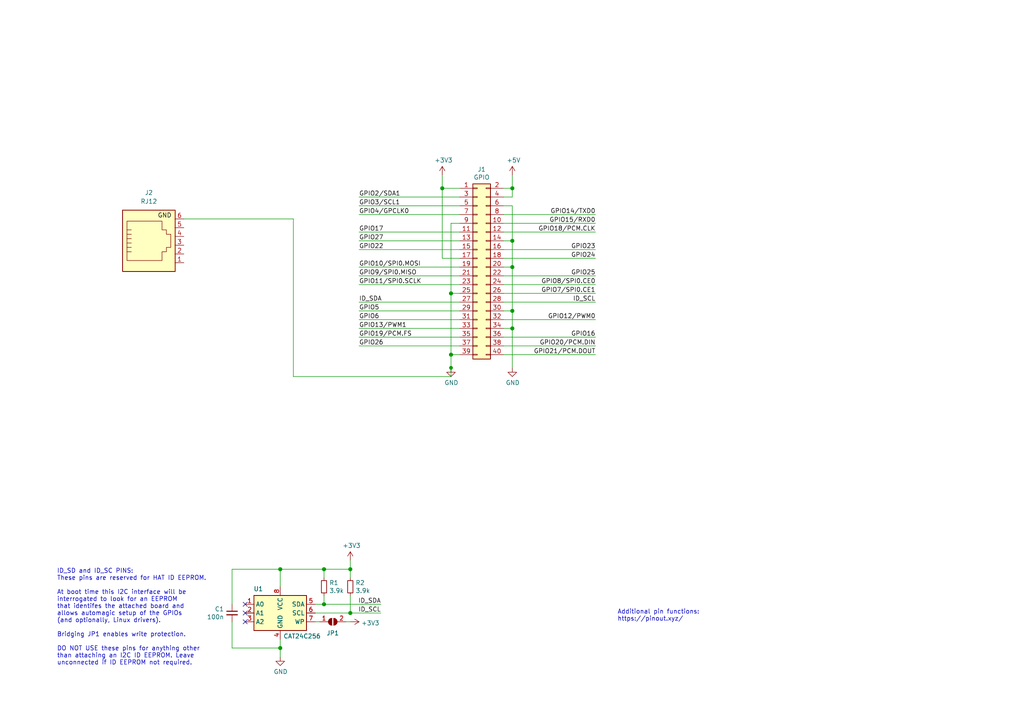
<source format=kicad_sch>
(kicad_sch (version 20231120) (generator "eeschema") (generator_version "8.0")
  (paper "A4")
  (title_block (date "15 nov 2012"))
  (lib_symbols
    (symbol "Connector:RJ12" (pin_names (offset 1.016))
      (property "Reference" "J" (at -5.08 11.43 0))
      (property "Value" "RJ12" (at 2.54 11.43 0))
      (symbol "RJ12_0_1"
        (polyline (pts (xy -6.35 -1.905) (xy -5.08 -1.905) (xy -5.08 -1.905)))
        (polyline (pts (xy -6.35 -0.635) (xy -5.08 -0.635) (xy -5.08 -0.635)))
        (polyline (pts (xy -6.35 0.635) (xy -5.08 0.635) (xy -5.08 0.635)))
        (polyline (pts (xy -6.35 1.905) (xy -5.08 1.905) (xy -5.08 1.905)))
        (polyline (pts (xy -6.35 3.175) (xy -5.08 3.175) (xy -5.08 3.175)))
        (polyline (pts (xy -5.08 4.445) (xy -6.35 4.445) (xy -6.35 4.445)))
        (polyline (pts (xy -6.35 -4.445) (xy -6.35 6.985) (xy 3.81 6.985) (xy 3.81 4.445) (xy 5.08 4.445) (xy 5.08 3.175) (xy 6.35 3.175) (xy 6.35 -0.635) (xy 5.08 -0.635) (xy 5.08 -1.905) (xy 3.81 -1.905) (xy 3.81 -4.445) (xy -6.35 -4.445) (xy -6.35 -4.445)))
        (rectangle (start 7.62 10.16) (end -7.62 -7.62) (stroke (width 0.254)) (fill (type background)))
      )
      (symbol "RJ12_1_1"
        (pin passive line (at 10.16 -5.08 180) (length 2.54) (name "~") (number "1"))
        (pin passive line (at 10.16 -2.54 180) (length 2.54) (name "~") (number "2"))
        (pin passive line (at 10.16 0 180) (length 2.54) (name "~") (number "3"))
        (pin passive line (at 10.16 2.54 180) (length 2.54) (name "~") (number "4"))
        (pin passive line (at 10.16 5.08 180) (length 2.54) (name "~") (number "5"))
        (pin passive line (at 10.16 7.62 180) (length 2.54) (name "~") (number "6"))
      )
    )
    (symbol "Connector_Generic:Conn_02x20_Odd_Even" (pin_names (offset 1.016) hide)
      (property "Reference" "J" (at 1.27 25.4 0))
      (property "Value" "Conn_02x20_Odd_Even" (at 1.27 -27.94 0))
      (symbol "Conn_02x20_Odd_Even_1_1"
        (rectangle (start -1.27 -25.273) (end 0 -25.527) (stroke (width 0.1524)))
        (rectangle (start -1.27 -22.733) (end 0 -22.987) (stroke (width 0.1524)))
        (rectangle (start -1.27 -20.193) (end 0 -20.447) (stroke (width 0.1524)))
        (rectangle (start -1.27 -17.653) (end 0 -17.907) (stroke (width 0.1524)))
        (rectangle (start -1.27 -15.113) (end 0 -15.367) (stroke (width 0.1524)))
        (rectangle (start -1.27 -12.573) (end 0 -12.827) (stroke (width 0.1524)))
        (rectangle (start -1.27 -10.033) (end 0 -10.287) (stroke (width 0.1524)))
        (rectangle (start -1.27 -7.493) (end 0 -7.747) (stroke (width 0.1524)))
        (rectangle (start -1.27 -4.953) (end 0 -5.207) (stroke (width 0.1524)))
        (rectangle (start -1.27 -2.413) (end 0 -2.667) (stroke (width 0.1524)))
        (rectangle (start -1.27 0.127) (end 0 -0.127) (stroke (width 0.1524)))
        (rectangle (start -1.27 2.667) (end 0 2.413) (stroke (width 0.1524)))
        (rectangle (start -1.27 5.207) (end 0 4.953) (stroke (width 0.1524)))
        (rectangle (start -1.27 7.747) (end 0 7.493) (stroke (width 0.1524)))
        (rectangle (start -1.27 10.287) (end 0 10.033) (stroke (width 0.1524)))
        (rectangle (start -1.27 12.827) (end 0 12.573) (stroke (width 0.1524)))
        (rectangle (start -1.27 15.367) (end 0 15.113) (stroke (width 0.1524)))
        (rectangle (start -1.27 17.907) (end 0 17.653) (stroke (width 0.1524)))
        (rectangle (start -1.27 20.447) (end 0 20.193) (stroke (width 0.1524)))
        (rectangle (start -1.27 22.987) (end 0 22.733) (stroke (width 0.1524)))
        (rectangle (start -1.27 24.13) (end 3.81 -26.67) (stroke (width 0.254)) (fill (type background)))
        (rectangle (start 3.81 -25.273) (end 2.54 -25.527) (stroke (width 0.1524)))
        (rectangle (start 3.81 -22.733) (end 2.54 -22.987) (stroke (width 0.1524)))
        (rectangle (start 3.81 -20.193) (end 2.54 -20.447) (stroke (width 0.1524)))
        (rectangle (start 3.81 -17.653) (end 2.54 -17.907) (stroke (width 0.1524)))
        (rectangle (start 3.81 -15.113) (end 2.54 -15.367) (stroke (width 0.1524)))
        (rectangle (start 3.81 -12.573) (end 2.54 -12.827) (stroke (width 0.1524)))
        (rectangle (start 3.81 -10.033) (end 2.54 -10.287) (stroke (width 0.1524)))
        (rectangle (start 3.81 -7.493) (end 2.54 -7.747) (stroke (width 0.1524)))
        (rectangle (start 3.81 -4.953) (end 2.54 -5.207) (stroke (width 0.1524)))
        (rectangle (start 3.81 -2.413) (end 2.54 -2.667) (stroke (width 0.1524)))
        (rectangle (start 3.81 0.127) (end 2.54 -0.127) (stroke (width 0.1524)))
        (rectangle (start 3.81 2.667) (end 2.54 2.413) (stroke (width 0.1524)))
        (rectangle (start 3.81 5.207) (end 2.54 4.953) (stroke (width 0.1524)))
        (rectangle (start 3.81 7.747) (end 2.54 7.493) (stroke (width 0.1524)))
        (rectangle (start 3.81 10.287) (end 2.54 10.033) (stroke (width 0.1524)))
        (rectangle (start 3.81 12.827) (end 2.54 12.573) (stroke (width 0.1524)))
        (rectangle (start 3.81 15.367) (end 2.54 15.113) (stroke (width 0.1524)))
        (rectangle (start 3.81 17.907) (end 2.54 17.653) (stroke (width 0.1524)))
        (rectangle (start 3.81 20.447) (end 2.54 20.193) (stroke (width 0.1524)))
        (rectangle (start 3.81 22.987) (end 2.54 22.733) (stroke (width 0.1524)))
        (pin passive line (at -5.08 22.86 0) (length 3.81) (name "Pin_1") (number "1"))
        (pin passive line (at 7.62 12.7 180) (length 3.81) (name "Pin_10") (number "10"))
        (pin passive line (at -5.08 10.16 0) (length 3.81) (name "Pin_11") (number "11"))
        (pin passive line (at 7.62 10.16 180) (length 3.81) (name "Pin_12") (number "12"))
        (pin passive line (at -5.08 7.62 0) (length 3.81) (name "Pin_13") (number "13"))
        (pin passive line (at 7.62 7.62 180) (length 3.81) (name "Pin_14") (number "14"))
        (pin passive line (at -5.08 5.08 0) (length 3.81) (name "Pin_15") (number "15"))
        (pin passive line (at 7.62 5.08 180) (length 3.81) (name "Pin_16") (number "16"))
        (pin passive line (at -5.08 2.54 0) (length 3.81) (name "Pin_17") (number "17"))
        (pin passive line (at 7.62 2.54 180) (length 3.81) (name "Pin_18") (number "18"))
        (pin passive line (at -5.08 0 0) (length 3.81) (name "Pin_19") (number "19"))
        (pin passive line (at 7.62 22.86 180) (length 3.81) (name "Pin_2") (number "2"))
        (pin passive line (at 7.62 0 180) (length 3.81) (name "Pin_20") (number "20"))
        (pin passive line (at -5.08 -2.54 0) (length 3.81) (name "Pin_21") (number "21"))
        (pin passive line (at 7.62 -2.54 180) (length 3.81) (name "Pin_22") (number "22"))
        (pin passive line (at -5.08 -5.08 0) (length 3.81) (name "Pin_23") (number "23"))
        (pin passive line (at 7.62 -5.08 180) (length 3.81) (name "Pin_24") (number "24"))
        (pin passive line (at -5.08 -7.62 0) (length 3.81) (name "Pin_25") (number "25"))
        (pin passive line (at 7.62 -7.62 180) (length 3.81) (name "Pin_26") (number "26"))
        (pin passive line (at -5.08 -10.16 0) (length 3.81) (name "Pin_27") (number "27"))
        (pin passive line (at 7.62 -10.16 180) (length 3.81) (name "Pin_28") (number "28"))
        (pin passive line (at -5.08 -12.7 0) (length 3.81) (name "Pin_29") (number "29"))
        (pin passive line (at -5.08 20.32 0) (length 3.81) (name "Pin_3") (number "3"))
        (pin passive line (at 7.62 -12.7 180) (length 3.81) (name "Pin_30") (number "30"))
        (pin passive line (at -5.08 -15.24 0) (length 3.81) (name "Pin_31") (number "31"))
        (pin passive line (at 7.62 -15.24 180) (length 3.81) (name "Pin_32") (number "32"))
        (pin passive line (at -5.08 -17.78 0) (length 3.81) (name "Pin_33") (number "33"))
        (pin passive line (at 7.62 -17.78 180) (length 3.81) (name "Pin_34") (number "34"))
        (pin passive line (at -5.08 -20.32 0) (length 3.81) (name "Pin_35") (number "35"))
        (pin passive line (at 7.62 -20.32 180) (length 3.81) (name "Pin_36") (number "36"))
        (pin passive line (at -5.08 -22.86 0) (length 3.81) (name "Pin_37") (number "37"))
        (pin passive line (at 7.62 -22.86 180) (length 3.81) (name "Pin_38") (number "38"))
        (pin passive line (at -5.08 -25.4 0) (length 3.81) (name "Pin_39") (number "39"))
        (pin passive line (at 7.62 20.32 180) (length 3.81) (name "Pin_4") (number "4"))
        (pin passive line (at 7.62 -25.4 180) (length 3.81) (name "Pin_40") (number "40"))
        (pin passive line (at -5.08 17.78 0) (length 3.81) (name "Pin_5") (number "5"))
        (pin passive line (at 7.62 17.78 180) (length 3.81) (name "Pin_6") (number "6"))
        (pin passive line (at -5.08 15.24 0) (length 3.81) (name "Pin_7") (number "7"))
        (pin passive line (at 7.62 15.24 180) (length 3.81) (name "Pin_8") (number "8"))
        (pin passive line (at -5.08 12.7 0) (length 3.81) (name "Pin_9") (number "9"))
      )
    )
    (symbol "Device:C_Small" (pin_numbers hide) (pin_names (offset 0.254) hide)
      (property "Reference" "C" (at 0.254 1.778 0))
      (property "Value" "C_Small" (at 0.254 -2.032 0))
      (symbol "C_Small_0_1"
        (polyline (pts (xy -1.524 -0.508) (xy 1.524 -0.508)) (stroke (width 0.3302)))
        (polyline (pts (xy -1.524 0.508) (xy 1.524 0.508)) (stroke (width 0.3048)))
      )
      (symbol "C_Small_1_1"
        (pin passive line (at 0 2.54 270) (length 2.032) (name "~") (number "1"))
        (pin passive line (at 0 -2.54 90) (length 2.032) (name "~") (number "2"))
      )
    )
    (symbol "Device:R_Small" (pin_numbers hide) (pin_names (offset 0.254) hide)
      (property "Reference" "R" (at 0.762 0.508 0))
      (property "Value" "R_Small" (at 0.762 -1.016 0))
      (symbol "R_Small_0_1"
        (rectangle (start -0.762 1.778) (end 0.762 -1.778) (stroke (width 0.2032)))
      )
      (symbol "R_Small_1_1"
        (pin passive line (at 0 2.54 270) (length 0.762) (name "~") (number "1"))
        (pin passive line (at 0 -2.54 90) (length 0.762) (name "~") (number "2"))
      )
    )
    (symbol "Jumper:SolderJumper_2_Open" (pin_names (offset 0) hide)
      (property "Reference" "JP" (at 0 2.032 0))
      (property "Value" "SolderJumper_2_Open" (at 0 -2.54 0))
      (symbol "SolderJumper_2_Open_0_1"
        (arc (start -0.254 1.016) (mid -1.2656 0) (end -0.254 -1.016))
        (arc (start -0.254 1.016) (mid -1.2656 0) (end -0.254 -1.016) (fill (type outline)))
        (polyline (pts (xy -0.254 1.016) (xy -0.254 -1.016)))
        (polyline (pts (xy 0.254 1.016) (xy 0.254 -1.016)))
        (arc (start 0.254 -1.016) (mid 1.2656 0) (end 0.254 1.016))
        (arc (start 0.254 -1.016) (mid 1.2656 0) (end 0.254 1.016) (fill (type outline)))
      )
      (symbol "SolderJumper_2_Open_1_1"
        (pin passive line (at -3.81 0 0) (length 2.54) (name "A") (number "1"))
        (pin passive line (at 3.81 0 180) (length 2.54) (name "B") (number "2"))
      )
    )
    (symbol "Memory_EEPROM:CAT24C256"
      (property "Reference" "U" (at -6.35 6.35 0))
      (property "Value" "CAT24C256" (at 1.27 6.35 0))
      (symbol "CAT24C256_1_1"
        (rectangle (start -7.62 5.08) (end 7.62 -5.08) (stroke (width 0.254)) (fill (type background)))
        (pin input line (at -10.16 2.54 0) (length 2.54) (name "A0") (number "1"))
        (pin input line (at -10.16 0 0) (length 2.54) (name "A1") (number "2"))
        (pin input line (at -10.16 -2.54 0) (length 2.54) (name "A2") (number "3"))
        (pin power_in line (at 0 -7.62 90) (length 2.54) (name "GND") (number "4"))
        (pin bidirectional line (at 10.16 2.54 180) (length 2.54) (name "SDA") (number "5"))
        (pin input line (at 10.16 0 180) (length 2.54) (name "SCL") (number "6"))
        (pin input line (at 10.16 -2.54 180) (length 2.54) (name "WP") (number "7"))
        (pin power_in line (at 0 7.62 270) (length 2.54) (name "VCC") (number "8"))
      )
    )
    (symbol "power:+3.3V" (power) (pin_names (offset 0))
      (property "Value" "+3.3V" (at 0 3.556 0))
      (symbol "+3.3V_0_1"
        (polyline (pts (xy -0.762 1.27) (xy 0 2.54)))
        (polyline (pts (xy 0 0) (xy 0 2.54)))
        (polyline (pts (xy 0 2.54) (xy 0.762 1.27)))
      )
      (symbol "+3.3V_1_1"
        (pin power_in line (at 0 0 90) (length 0) hide (name "+3V3") (number "1"))
      )
    )
    (symbol "power:+5V" (power) (pin_names (offset 0))
      (property "Value" "+5V" (at 0 3.556 0))
      (symbol "+5V_0_1"
        (polyline (pts (xy -0.762 1.27) (xy 0 2.54)))
        (polyline (pts (xy 0 0) (xy 0 2.54)))
        (polyline (pts (xy 0 2.54) (xy 0.762 1.27)))
      )
      (symbol "+5V_1_1"
        (pin power_in line (at 0 0 90) (length 0) hide (name "+5V") (number "1"))
      )
    )
    (symbol "power:GND" (power) (pin_names (offset 0))
      (property "Value" "GND" (at 0 -3.81 0))
      (symbol "GND_0_1"
        (polyline (pts (xy 0 0) (xy 0 -1.27) (xy 1.27 -1.27) (xy 0 -2.54) (xy -1.27 -1.27) (xy 0 -1.27)))
      )
      (symbol "GND_1_1"
        (pin power_in line (at 0 0 270) (length 0) hide (name "GND") (number "1"))
      )
    )
  )
  (junction (at 148.59 90.17) (diameter 1.016))
  (junction (at 101.6 165.1) (diameter 1.016))
  (junction (at 128.27 54.61) (diameter 1.016))
  (junction (at 148.59 95.25) (diameter 1.016))
  (junction (at 93.98 175.26) (diameter 1.016))
  (junction (at 130.81 106.68))
  (junction (at 130.81 85.09) (diameter 1.016))
  (junction (at 148.59 77.47) (diameter 1.016))
  (junction (at 148.59 69.85) (diameter 1.016))
  (junction (at 93.98 165.1) (diameter 1.016))
  (junction (at 81.28 187.96) (diameter 1.016))
  (junction (at 81.28 165.1) (diameter 1.016))
  (junction (at 130.81 102.87) (diameter 1.016))
  (junction (at 148.59 54.61) (diameter 1.016))
  (junction (at 101.6 177.8) (diameter 1.016))
  (no_connect (at 71.12 175.26))
  (no_connect (at 71.12 177.8))
  (no_connect (at 71.12 180.34))
  (wire (pts (xy 130.81 85.09) (xy 130.81 102.87)))
  (wire (pts (xy 146.05 85.09) (xy 172.72 85.09)))
  (wire (pts (xy 133.35 67.31) (xy 104.14 67.31)))
  (wire (pts (xy 81.28 165.1) (xy 93.98 165.1)))
  (wire (pts (xy 101.6 165.1) (xy 93.98 165.1)))
  (wire (pts (xy 101.6 167.64) (xy 101.6 165.1)))
  (wire (pts (xy 148.59 59.69) (xy 148.59 69.85)))
  (wire (pts (xy 148.59 77.47) (xy 146.05 77.47)))
  (wire (pts (xy 148.59 90.17) (xy 148.59 95.25)))
  (wire (pts (xy 148.59 77.47) (xy 148.59 90.17)))
  (wire (pts (xy 146.05 62.23) (xy 172.72 62.23)))
  (wire (pts (xy 130.81 64.77) (xy 130.81 85.09)))
  (wire (pts (xy 91.44 175.26) (xy 93.98 175.26)))
  (wire (pts (xy 93.98 175.26) (xy 110.49 175.26)))
  (wire (pts (xy 130.81 64.77) (xy 133.35 64.77)))
  (wire (pts (xy 91.44 180.34) (xy 92.71 180.34)))
  (wire (pts (xy 100.33 180.34) (xy 101.6 180.34)))
  (wire (pts (xy 146.05 82.55) (xy 172.72 82.55)))
  (wire (pts (xy 133.35 87.63) (xy 104.14 87.63)))
  (wire (pts (xy 104.14 90.17) (xy 133.35 90.17)))
  (wire (pts (xy 53.34 63.5) (xy 85.09 63.5)))
  (wire (pts (xy 130.81 85.09) (xy 133.35 85.09)))
  (wire (pts (xy 101.6 162.56) (xy 101.6 165.1)))
  (wire (pts (xy 146.05 72.39) (xy 172.72 72.39)))
  (wire (pts (xy 81.28 165.1) (xy 81.28 170.18)))
  (wire (pts (xy 146.05 102.87) (xy 172.72 102.87)))
  (wire (pts (xy 130.81 102.87) (xy 130.81 106.68)))
  (wire (pts (xy 104.14 69.85) (xy 133.35 69.85)))
  (wire (pts (xy 101.6 172.72) (xy 101.6 177.8)))
  (wire (pts (xy 128.27 50.8) (xy 128.27 54.61)))
  (wire (pts (xy 85.09 109.22) (xy 130.81 109.22)))
  (wire (pts (xy 148.59 95.25) (xy 146.05 95.25)))
  (wire (pts (xy 104.14 59.69) (xy 133.35 59.69)))
  (wire (pts (xy 104.14 82.55) (xy 133.35 82.55)))
  (wire (pts (xy 128.27 74.93) (xy 133.35 74.93)))
  (wire (pts (xy 133.35 57.15) (xy 104.14 57.15)))
  (wire (pts (xy 148.59 54.61) (xy 148.59 57.15)))
  (wire (pts (xy 148.59 69.85) (xy 148.59 77.47)))
  (wire (pts (xy 146.05 67.31) (xy 172.72 67.31)))
  (wire (pts (xy 148.59 69.85) (xy 146.05 69.85)))
  (wire (pts (xy 148.59 50.8) (xy 148.59 54.61)))
  (wire (pts (xy 104.14 62.23) (xy 133.35 62.23)))
  (wire (pts (xy 93.98 165.1) (xy 93.98 167.64)))
  (wire (pts (xy 148.59 54.61) (xy 146.05 54.61)))
  (wire (pts (xy 128.27 54.61) (xy 128.27 74.93)))
  (wire (pts (xy 146.05 74.93) (xy 172.72 74.93)))
  (wire (pts (xy 146.05 64.77) (xy 172.72 64.77)))
  (wire (pts (xy 93.98 172.72) (xy 93.98 175.26)))
  (wire (pts (xy 91.44 177.8) (xy 101.6 177.8)))
  (wire (pts (xy 101.6 177.8) (xy 110.49 177.8)))
  (wire (pts (xy 85.09 63.5) (xy 85.09 109.22)))
  (wire (pts (xy 104.14 72.39) (xy 133.35 72.39)))
  (wire (pts (xy 104.14 80.01) (xy 133.35 80.01)))
  (wire (pts (xy 104.14 92.71) (xy 133.35 92.71)))
  (wire (pts (xy 148.59 57.15) (xy 146.05 57.15)))
  (wire (pts (xy 104.14 97.79) (xy 133.35 97.79)))
  (wire (pts (xy 146.05 97.79) (xy 172.72 97.79)))
  (wire (pts (xy 146.05 92.71) (xy 172.72 92.71)))
  (wire (pts (xy 130.81 102.87) (xy 133.35 102.87)))
  (wire (pts (xy 130.81 106.68) (xy 130.81 109.22)))
  (wire (pts (xy 146.05 100.33) (xy 172.72 100.33)))
  (wire (pts (xy 148.59 59.69) (xy 146.05 59.69)))
  (wire (pts (xy 104.14 100.33) (xy 133.35 100.33)))
  (wire (pts (xy 67.31 165.1) (xy 67.31 175.26)))
  (wire (pts (xy 67.31 180.34) (xy 67.31 187.96)))
  (wire (pts (xy 67.31 187.96) (xy 81.28 187.96)))
  (wire (pts (xy 81.28 165.1) (xy 67.31 165.1)))
  (wire (pts (xy 81.28 185.42) (xy 81.28 187.96)))
  (wire (pts (xy 81.28 187.96) (xy 81.28 190.5)))
  (wire (pts (xy 148.59 95.25) (xy 148.59 106.68)))
  (wire (pts (xy 146.05 80.01) (xy 172.72 80.01)))
  (wire (pts (xy 133.35 95.25) (xy 104.14 95.25)))
  (wire (pts (xy 148.59 90.17) (xy 146.05 90.17)))
  (wire (pts (xy 128.27 54.61) (xy 133.35 54.61)))
  (wire (pts (xy 133.35 77.47) (xy 104.14 77.47)))
  (wire (pts (xy 146.05 87.63) (xy 172.72 87.63)))
  (text "ID_SD and ID_SC PINS:\nThese pins are reserved for HAT ID EEPROM.\n\nAt boot time this I2C interface will be\ninterrogated to look for an EEPROM\nthat identifes the attached board and\nallows automagic setup of the GPIOs\n(and optionally, Linux drivers).\n\nBridging JP1 enables write protection.\n\nDO NOT USE these pins for anything other\nthan attaching an I2C ID EEPROM. Leave\nunconnected if ID EEPROM not required." (at 16.51 193.04 0) (effects (font (size 1.27 1.27)) (justify left bottom)))
  (text "Additional pin functions:\nhttps://pinout.xyz/" (at 179.07 180.34 0) (effects (font (size 1.27 1.27)) (justify left bottom)))
  (label "ID_SDA" (at 104.14 87.63 0))
  (label "GPIO6" (at 104.14 92.71 0))
  (label "ID_SDA" (at 110.49 175.26 180))
  (label "ID_SCL" (at 172.72 87.63 180))
  (label "GPIO5" (at 104.14 90.17 0))
  (label "GPIO21{slash}PCM.DOUT" (at 172.72 102.87 180))
  (label "GPIO19{slash}PCM.FS" (at 104.14 97.79 0))
  (label "GPIO10{slash}SPI0.MOSI" (at 104.14 77.47 0))
  (label "GPIO9{slash}SPI0.MISO" (at 104.14 80.01 0))
  (label "GPIO23" (at 172.72 72.39 180))
  (label "GPIO4{slash}GPCLK0" (at 104.14 62.23 0))
  (label "GPIO27" (at 104.14 69.85 0))
  (label "GPIO26" (at 104.14 100.33 0))
  (label "GPIO14{slash}TXD0" (at 172.72 62.23 180))
  (label "GPIO8{slash}SPI0.CE0" (at 172.72 82.55 180))
  (label "GPIO15{slash}RXD0" (at 172.72 64.77 180))
  (label "GPIO16" (at 172.72 97.79 180))
  (label "GPIO22" (at 104.14 72.39 0))
  (label "GND" (at 45.72 63.5 0))
  (label "GPIO2{slash}SDA1" (at 104.14 57.15 0))
  (label "GPIO17" (at 104.14 67.31 0))
  (label "GPIO25" (at 172.72 80.01 180))
  (label "GPIO3{slash}SCL1" (at 104.14 59.69 0))
  (label "GPIO18{slash}PCM.CLK" (at 172.72 67.31 180))
  (label "GPIO12{slash}PWM0" (at 172.72 92.71 180))
  (label "GPIO13{slash}PWM1" (at 104.14 95.25 0))
  (label "GPIO20{slash}PCM.DIN" (at 172.72 100.33 180))
  (label "GPIO24" (at 172.72 74.93 180))
  (label "GPIO7{slash}SPI0.CE1" (at 172.72 85.09 180))
  (label "ID_SCL" (at 110.49 177.8 180))
  (label "GPIO11{slash}SPI0.SCLK" (at 104.14 82.55 0))
  (symbol (lib_id "power:+5V") (at 148.59 50.8 0) (unit 1)
    (property "Reference" "#PWR01" (effects (hide yes)))
    (property "Value" "+5V" (at 148.9583 46.4756 0))
  )
  (symbol (lib_id "power:+3.3V") (at 128.27 50.8 0) (unit 1)
    (property "Reference" "#PWR04" (effects (hide yes)))
    (property "Value" "+3V3" (at 128.6383 46.4756 0))
  )
  (symbol (lib_id "power:GND") (at 148.59 106.68 0) (unit 1)
    (property "Reference" "#PWR02" (effects (hide yes)))
    (property "Value" "GND" (at 148.7043 111.0044 0))
  )
  (symbol (lib_id "power:GND") (at 130.81 106.68 0) (unit 1)
    (property "Reference" "#PWR03" (effects (hide yes)))
    (property "Value" "GND" (at 130.9243 111.0044 0))
  )
  (symbol (lib_id "Connector_Generic:Conn_02x20_Odd_Even") (at 138.43 77.47 0) (unit 1)
    (property "Reference" "J1" (at 139.7 49.1298 0))
    (property "Value" "GPIO" (at 139.7 51.435 0))
    (property "Footprint" "Connector_PinSocket_2.54mm:PinSocket_2x20_P2.54mm_Vertical" (effects (hide yes)))
  )
  (symbol (lib_id "Device:C_Small") (at 67.31 177.8 0) (unit 1)
    (property "Reference" "C1" (at 64.9858 176.6506 0) (effects (justify right)))
    (property "Value" "100n" (at 64.9858 178.9493 0) (effects (justify right)))
  )
  (symbol (lib_id "Connector:RJ12") (at 43.18 71.12 0) (unit 1)
    (property "Reference" "J2" (at 43.18 55.88 0))
    (property "Value" "RJ12" (at 43.18 58.42 0))
    (property "Description" "RJ connector, 6P6C (6 positions 6 connected)" (effects (hide yes)))
  )
  (symbol (lib_id "Device:R_Small") (at 93.98 170.18 0) (unit 1)
    (property "Reference" "R1" (at 95.4786 169.037 0) (effects (justify left)))
    (property "Value" "3.9k" (at 95.4787 171.3293 0) (effects (justify left)))
  )
  (symbol (lib_id "Jumper:SolderJumper_2_Open") (at 96.52 180.34 0) (unit 1)
    (property "Reference" "JP1" (at 96.52 183.623 0))
    (property "Value" "ID_WP" (effects (hide yes)))
  )
  (symbol (lib_id "Device:R_Small") (at 101.6 170.18 0) (unit 1)
    (property "Reference" "R2" (at 103.0986 169.037 0) (effects (justify left)))
    (property "Value" "3.9k" (at 103.0987 171.3293 0) (effects (justify left)))
  )
  (symbol (lib_id "power:+3.3V") (at 101.6 162.56 0) (unit 1)
    (property "Reference" "#PWR0101" (effects (hide yes)))
    (property "Value" "+3V3" (at 101.9683 158.2356 0))
  )
  (symbol (lib_id "Memory_EEPROM:CAT24C256") (at 81.28 177.8 0) (unit 1)
    (property "Reference" "U1" (at 74.93 170.7958 0))
    (property "Value" "CAT24C256" (at 87.63 184.5245 0))
    (property "Datasheet" "https://www.onsemi.cn/PowerSolutions/document/CAT24C256-D.PDF" (effects (hide yes)))
  )
  (symbol (lib_id "power:GND") (at 81.28 190.5 0) (unit 1)
    (property "Reference" "#PWR0102" (effects (hide yes)))
    (property "Value" "GND" (at 81.3943 194.8244 0))
  )
  (symbol (lib_id "power:+3.3V") (at 101.6 180.34 270) (unit 1)
    (property "Reference" "#PWR0103" (effects (hide yes)))
    (property "Value" "+3V3" (at 104.7751 180.7083 90) (effects (justify left)))
  )
)
</source>
